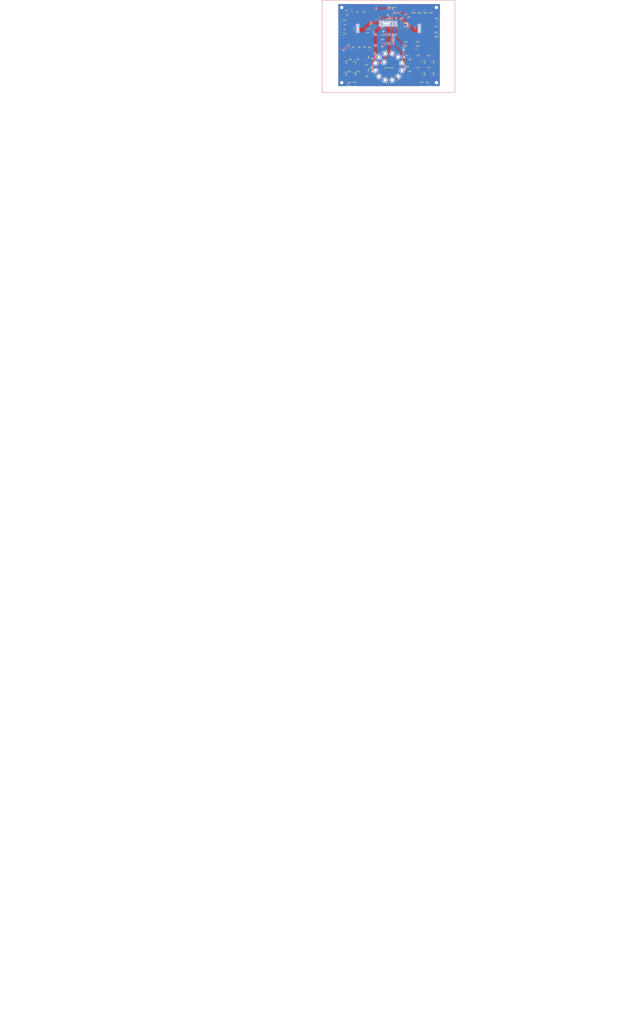
<source format=kicad_pcb>
(kicad_pcb (version 20221018) (generator pcbnew)

  (general
    (thickness 1.6)
  )

  (paper "A4")
  (layers
    (0 "F.Cu" signal)
    (31 "B.Cu" signal)
    (34 "B.Paste" user)
    (35 "F.Paste" user)
    (36 "B.SilkS" user "B.Silkscreen")
    (37 "F.SilkS" user "F.Silkscreen")
    (38 "B.Mask" user)
    (39 "F.Mask" user)
    (44 "Edge.Cuts" user)
    (45 "Margin" user)
    (46 "B.CrtYd" user "B.Courtyard")
    (47 "F.CrtYd" user "F.Courtyard")
    (48 "B.Fab" user)
    (49 "F.Fab" user)
  )

  (setup
    (stackup
      (layer "F.SilkS" (type "Top Silk Screen") (color "White"))
      (layer "F.Paste" (type "Top Solder Paste"))
      (layer "F.Mask" (type "Top Solder Mask") (color "Black") (thickness 0.01))
      (layer "F.Cu" (type "copper") (thickness 0.035))
      (layer "dielectric 1" (type "core") (thickness 1.51) (material "FR4") (epsilon_r 4.5) (loss_tangent 0.02))
      (layer "B.Cu" (type "copper") (thickness 0.035))
      (layer "B.Mask" (type "Bottom Solder Mask") (color "Black") (thickness 0.01))
      (layer "B.Paste" (type "Bottom Solder Paste"))
      (layer "B.SilkS" (type "Bottom Silk Screen") (color "White"))
      (copper_finish "None")
      (dielectric_constraints yes)
    )
    (pad_to_mask_clearance 0)
    (aux_axis_origin 83.75 126.71)
    (grid_origin 83.75 126.71)
    (pcbplotparams
      (layerselection 0x00010fc_ffffffff)
      (plot_on_all_layers_selection 0x0000000_00000000)
      (disableapertmacros false)
      (usegerberextensions false)
      (usegerberattributes true)
      (usegerberadvancedattributes true)
      (creategerberjobfile true)
      (dashed_line_dash_ratio 12.000000)
      (dashed_line_gap_ratio 3.000000)
      (svgprecision 4)
      (plotframeref false)
      (viasonmask false)
      (mode 1)
      (useauxorigin false)
      (hpglpennumber 1)
      (hpglpenspeed 20)
      (hpglpendiameter 15.000000)
      (dxfpolygonmode true)
      (dxfimperialunits true)
      (dxfusepcbnewfont true)
      (psnegative false)
      (psa4output false)
      (plotreference true)
      (plotvalue true)
      (plotinvisibletext false)
      (sketchpadsonfab false)
      (subtractmaskfromsilk false)
      (outputformat 1)
      (mirror false)
      (drillshape 1)
      (scaleselection 1)
      (outputdirectory "")
    )
  )

  (net 0 "")
  (net 1 "/ENG 1 Master")
  (net 2 "GND")
  (net 3 "/ENG 2 Master")
  (net 4 "/LED_PWR")
  (net 5 "Net-(D1-A)")
  (net 6 "Net-(D2-A)")
  (net 7 "Net-(D3-A)")
  (net 8 "Net-(D4-A)")
  (net 9 "Net-(D5-A)")
  (net 10 "Net-(D6-A)")
  (net 11 "Net-(D7-K)")
  (net 12 "Net-(D8-K)")
  (net 13 "Net-(D9-K)")
  (net 14 "Net-(D10-K)")
  (net 15 "/PWM_1")
  (net 16 "VBUS")
  (net 17 "Net-(D15-A)")
  (net 18 "/ENG 1 Fire")
  (net 19 "/ENG 1 Fault")
  (net 20 "Net-(D16-A)")
  (net 21 "/ENG 2 Fire")
  (net 22 "/ENG 2 Fault")
  (net 23 "+3V3")
  (net 24 "/MODE Start")
  (net 25 "Net-(D11-K)")
  (net 26 "Net-(D12-K)")
  (net 27 "Net-(D13-K)")
  (net 28 "Net-(D14-K)")
  (net 29 "Net-(D13-A)")
  (net 30 "Net-(D11-A)")
  (net 31 "Net-(D14-A)")
  (net 32 "Net-(D10-A)")
  (net 33 "Net-(D17-A)")
  (net 34 "Net-(D18-A)")
  (net 35 "Net-(D19-A)")
  (net 36 "Net-(D20-A)")
  (net 37 "Net-(D21-A)")
  (net 38 "Net-(D22-A)")
  (net 39 "Net-(D23-A)")
  (net 40 "Net-(D24-A)")
  (net 41 "Net-(D25-A)")
  (net 42 "Net-(D26-A)")
  (net 43 "Net-(D27-A)")
  (net 44 "/MODE Crank")
  (net 45 "unconnected-(SW3-Pad2)")
  (net 46 "unconnected-(SW3-Pad3)")
  (net 47 "unconnected-(SW3-Pad5)")
  (net 48 "unconnected-(SW3-Pad6)")
  (net 49 "unconnected-(SW3-Pad7)")
  (net 50 "unconnected-(SW3-Pad8)")
  (net 51 "unconnected-(SW3-Pad9)")
  (net 52 "unconnected-(SW3-Pad10)")
  (net 53 "unconnected-(SW3-Pad11)")
  (net 54 "unconnected-(SW3-Pad12)")

  (footprint "LED_SMD:LED_0805_2012Metric" (layer "F.Cu") (at 105.85 120.31))

  (footprint "LED_SMD:LED_0805_2012Metric" (layer "F.Cu") (at 169.3125 120.145 180))

  (footprint "Resistor_SMD:R_0805_2012Metric" (layer "F.Cu") (at 114.1375 91.51 180))

  (footprint "Resistor_SMD:R_0603_1608Metric" (layer "F.Cu") (at 153.15 107.31))

  (footprint "LED_SMD:LED_0805_2012Metric" (layer "F.Cu") (at 117.65 60.01 180))

  (footprint "LED_SMD:LED_0603_1608Metric" (layer "F.Cu") (at 173.25 101.9225 -90))

  (footprint "MountingHole:MountingHole_2.2mm_M2" (layer "F.Cu") (at 176.75 118.71))

  (footprint "LED_SMD:LED_0805_2012Metric" (layer "F.Cu") (at 141.6125 85.21))

  (footprint "Package_TO_SOT_SMD:SOT-23-3" (layer "F.Cu") (at 119.9125 101.96 180))

  (footprint "LED_SMD:LED_0603_1608Metric" (layer "F.Cu") (at 165.75 101.9225 -90))

  (footprint "Resistor_SMD:R_0603_1608Metric" (layer "F.Cu") (at 152.925 98.11))

  (footprint "Resistor_SMD:R_0805_2012Metric" (layer "F.Cu") (at 118.3375 91.61))

  (footprint "LED_SMD:LED_0805_2012Metric" (layer "F.Cu") (at 161.5125 90.61))

  (footprint "Resistor_SMD:R_0805_2012Metric" (layer "F.Cu") (at 142.95 56.11 180))

  (footprint "LED_SMD:LED_0805_2012Metric" (layer "F.Cu") (at 124.34 75.115))

  (footprint "Resistor_SMD:R_0805_2012Metric" (layer "F.Cu") (at 172.15 60.51 180))

  (footprint "Resistor_SMD:R_0805_2012Metric" (layer "F.Cu") (at 132.9875 81.71))

  (footprint "LED_SMD:LED_0805_2012Metric" (layer "F.Cu") (at 176.45 79.61 180))

  (footprint "Resistor_SMD:R_0805_2012Metric" (layer "F.Cu") (at 113 108.21 180))

  (footprint "Resistor_SMD:R_0805_2012Metric" (layer "F.Cu") (at 112.45 60.01))

  (footprint "NiasStuff:C&K_Rotary_Switches" (layer "F.Cu") (at 137.901115 105.861115 90))

  (footprint "LED_SMD:LED_0603_1608Metric" (layer "F.Cu") (at 102.35 102.1225 -90))

  (footprint "Resistor_SMD:R_0805_2012Metric" (layer "F.Cu") (at 105.75 63.5975 90))

  (footprint "Resistor_SMD:R_0805_2012Metric" (layer "F.Cu") (at 164.5375 120.11))

  (footprint "Package_TO_SOT_SMD:SOT-23-3" (layer "F.Cu") (at 155.3125 102.01))

  (footprint "MountingHole:MountingHole_2.2mm_M2" (layer "F.Cu") (at 99.75 57.71))

  (footprint "LED_SMD:LED_0805_2012Metric" (layer "F.Cu") (at 122.4125 91.61 180))

  (footprint "Resistor_SMD:R_0603_1608Metric" (layer "F.Cu") (at 123.35 108.685 90))

  (footprint "Resistor_SMD:R_0805_2012Metric" (layer "F.Cu") (at 170.5375 98.41))

  (footprint "LED_SMD:LED_0603_1608Metric" (layer "F.Cu") (at 109.75 102.1225 -90))

  (footprint "Resistor_SMD:R_0805_2012Metric" (layer "F.Cu") (at 176.55 83.21))

  (footprint "Package_TO_SOT_SMD:SOT-23-3" (layer "F.Cu") (at 155.3125 111.71))

  (footprint "Resistor_SMD:R_0805_2012Metric" (layer "F.Cu") (at 161.45 87.21))

  (footprint "MountingHole:MountingHole_2.2mm_M2" (layer "F.Cu") (at 99.75 118.71))

  (footprint "Resistor_SMD:R_0805_2012Metric" (layer "F.Cu") (at 110.26 120.265 180))

  (footprint "LED_SMD:LED_0805_2012Metric" (layer "F.Cu") (at 138.65 56.11))

  (footprint "Resistor_SMD:R_0805_2012Metric" (layer "F.Cu") (at 176.6375 71.41))

  (footprint "Resistor_SMD:R_0805_2012Metric" (layer "F.Cu") (at 106.4625 98.31 180))

  (footprint "LED_SMD:LED_0805_2012Metric" (layer "F.Cu") (at 151.84 90.635))

  (footprint "LED_SMD:LED_0603_1608Metric" (layer "F.Cu") (at 109.75 111.7225 -90))

  (footprint "LED_SMD:LED_0805_2012Metric" (layer "F.Cu") (at 176.5125 68.31 180))

  (footprint "LED_SMD:LED_0805_2012Metric" (layer "F.Cu") (at 99.6125 68.31 180))

  (footprint "Resistor_SMD:R_0805_2012Metric" (layer "F.Cu") (at 162.75 60.41 180))

  (footprint "LED_SMD:LED_0805_2012Metric" (layer "F.Cu") (at 99.6125 78.91 180))

  (footprint "NiasStuff:SW_SPDT_YUEN-FUNG_ST-0-103-A01-T000-RS" (layer "F.Cu") (at 112.75 74.67 90))

  (footprint "LED_SMD:LED_0603_1608Metric" (layer "F.Cu") (at 165.75 111.7225 -90))

  (footprint "LED_SMD:LED_0603_1608Metric" (layer "F.Cu") (at 102.35 111.7225 -90))

  (footprint "LED_SMD:LED_0805_2012Metric" (layer "F.Cu") (at 167.85 60.51))

  (footprint "Resistor_SMD:R_0805_2012Metric" (layer "F.Cu") (at 105.8375 108.11 180))

  (footprint "Package_TO_SOT_SMD:SOT-23-3" (layer "F.Cu") (at 120.0125 111.56 180))

  (footprint "Resistor_SMD:R_0603_1608Metric" (layer "F.Cu") (at 139.58 67.31))

  (footprint "LED_SMD:LED_0603_1608Metric" (layer "F.Cu") (at 173.15 111.7225 -90))

  (footprint "Resistor_SMD:R_0603_1608Metric" (layer "F.Cu") (at 123.15 98.285 90))

  (footprint "LED_SMD:LED_0805_2012Metric" (layer "F.Cu") (at 158.34 60.545))

  (footprint "Package_TO_SOT_SMD:SOT-23-3" (layer "F.Cu") (at 139.63 63.5725 90))

  (footprint "Resistor_SMD:R_0805_2012Metric" (layer "F.Cu")
    (tstamp bc10c55c-7c0c-48e9-a08e-e16b70718469)
    (at 162.0375 98.31)
    (descr "Resistor SMD 0
... [1072467 chars truncated]
</source>
